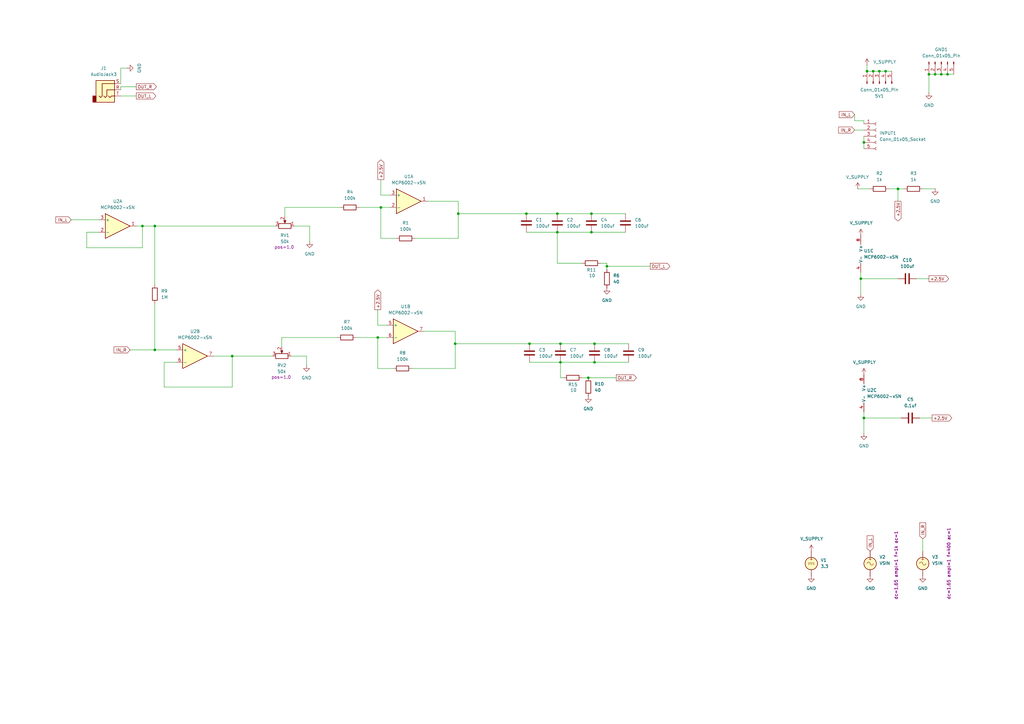
<source format=kicad_sch>
(kicad_sch (version 20231120) (generator "eeschema") (generator_version "8.0")
  (paper "A3")
  (lib_symbols
    (symbol "Amplifier_Operational:MCP6002-xSN" (pin_names (offset 0.127))
      (property "Reference" "U" (at 0 5.08 0))
      (property "Value" "MCP6002-xSN" (at 0 -5.08 0))
      (symbol "MCP6002-xSN_1_1"
        (polyline (pts (xy -5.08 5.08) (xy 5.08 0) (xy -5.08 -5.08) (xy -5.08 5.08)) (stroke (width 0.254)) (fill (type background)))
        (pin output line (at 7.62 0 180) (length 2.54) (name "~") (number "1"))
        (pin input line (at -7.62 -2.54 0) (length 2.54) (name "-") (number "2"))
        (pin input line (at -7.62 2.54 0) (length 2.54) (name "+") (number "3"))
      )
      (symbol "MCP6002-xSN_2_1"
        (polyline (pts (xy -5.08 5.08) (xy 5.08 0) (xy -5.08 -5.08) (xy -5.08 5.08)) (stroke (width 0.254)) (fill (type background)))
        (pin input line (at -7.62 2.54 0) (length 2.54) (name "+") (number "5"))
        (pin input line (at -7.62 -2.54 0) (length 2.54) (name "-") (number "6"))
        (pin output line (at 7.62 0 180) (length 2.54) (name "~") (number "7"))
      )
      (symbol "MCP6002-xSN_3_1"
        (pin power_in line (at -2.54 -7.62 90) (length 3.81) (name "V-") (number "4"))
        (pin power_in line (at -2.54 7.62 270) (length 3.81) (name "V+") (number "8"))
      )
    )
    (symbol "Connector:Conn_01x05_Pin" (pin_names (offset 1.016) hide)
      (property "Reference" "J" (at 0 7.62 0))
      (property "Value" "Conn_01x05_Pin" (at 0 -7.62 0))
      (symbol "Conn_01x05_Pin_1_1"
        (polyline (pts (xy 1.27 -5.08) (xy 0.8636 -5.08)) (stroke (width 0.1524)))
        (polyline (pts (xy 1.27 -2.54) (xy 0.8636 -2.54)) (stroke (width 0.1524)))
        (polyline (pts (xy 1.27 0) (xy 0.8636 0)) (stroke (width 0.1524)))
        (polyline (pts (xy 1.27 2.54) (xy 0.8636 2.54)) (stroke (width 0.1524)))
        (polyline (pts (xy 1.27 5.08) (xy 0.8636 5.08)) (stroke (width 0.1524)))
        (rectangle (start 0.8636 -4.953) (end 0 -5.207) (stroke (width 0.1524)) (fill (type outline)))
        (rectangle (start 0.8636 -2.413) (end 0 -2.667) (stroke (width 0.1524)) (fill (type outline)))
        (rectangle (start 0.8636 0.127) (end 0 -0.127) (stroke (width 0.1524)) (fill (type outline)))
        (rectangle (start 0.8636 2.667) (end 0 2.413) (stroke (width 0.1524)) (fill (type outline)))
        (rectangle (start 0.8636 5.207) (end 0 4.953) (stroke (width 0.1524)) (fill (type outline)))
        (pin passive line (at 5.08 5.08 180) (length 3.81) (name "Pin_1") (number "1"))
        (pin passive line (at 5.08 2.54 180) (length 3.81) (name "Pin_2") (number "2"))
        (pin passive line (at 5.08 0 180) (length 3.81) (name "Pin_3") (number "3"))
        (pin passive line (at 5.08 -2.54 180) (length 3.81) (name "Pin_4") (number "4"))
        (pin passive line (at 5.08 -5.08 180) (length 3.81) (name "Pin_5") (number "5"))
      )
    )
    (symbol "Connector:Conn_01x05_Socket" (pin_names (offset 1.016) hide)
      (property "Reference" "J" (at 0 7.62 0))
      (property "Value" "Conn_01x05_Socket" (at 0 -7.62 0))
      (symbol "Conn_01x05_Socket_1_1"
        (arc (start 0 -4.572) (mid -0.5058 -5.08) (end 0 -5.588) (stroke (width 0.1524)))
        (arc (start 0 -2.032) (mid -0.5058 -2.54) (end 0 -3.048) (stroke (width 0.1524)))
        (polyline (pts (xy -1.27 -5.08) (xy -0.508 -5.08)) (stroke (width 0.1524)))
        (polyline (pts (xy -1.27 -2.54) (xy -0.508 -2.54)) (stroke (width 0.1524)))
        (polyline (pts (xy -1.27 0) (xy -0.508 0)) (stroke (width 0.1524)))
        (polyline (pts (xy -1.27 2.54) (xy -0.508 2.54)) (stroke (width 0.1524)))
        (polyline (pts (xy -1.27 5.08) (xy -0.508 5.08)) (stroke (width 0.1524)))
        (arc (start 0 0.508) (mid -0.5058 0) (end 0 -0.508) (stroke (width 0.1524)))
        (arc (start 0 3.048) (mid -0.5058 2.54) (end 0 2.032) (stroke (width 0.1524)))
        (arc (start 0 5.588) (mid -0.5058 5.08) (end 0 4.572) (stroke (width 0.1524)))
        (pin passive line (at -5.08 5.08 0) (length 3.81) (name "Pin_1") (number "1"))
        (pin passive line (at -5.08 2.54 0) (length 3.81) (name "Pin_2") (number "2"))
        (pin passive line (at -5.08 0 0) (length 3.81) (name "Pin_3") (number "3"))
        (pin passive line (at -5.08 -2.54 0) (length 3.81) (name "Pin_4") (number "4"))
        (pin passive line (at -5.08 -5.08 0) (length 3.81) (name "Pin_5") (number "5"))
      )
    )
    (symbol "Connector_Audio:AudioJack3"
      (property "Reference" "J" (at 0 8.89 0))
      (property "Value" "AudioJack3" (at 0 6.35 0))
      (symbol "AudioJack3_0_1"
        (rectangle (start -5.08 -5.08) (end -6.35 -2.54) (stroke (width 0.254)) (fill (type outline)))
        (polyline (pts (xy 0 -2.54) (xy 0.635 -3.175) (xy 1.27 -2.54) (xy 2.54 -2.54)) (stroke (width 0.254)))
        (polyline (pts (xy -1.905 -2.54) (xy -1.27 -3.175) (xy -0.635 -2.54) (xy -0.635 0) (xy 2.54 0)) (stroke (width 0.254)))
        (polyline (pts (xy 2.54 2.54) (xy -2.54 2.54) (xy -2.54 -2.54) (xy -3.175 -3.175) (xy -3.81 -2.54)) (stroke (width 0.254)))
        (rectangle (start 2.54 3.81) (end -5.08 -5.08) (stroke (width 0.254)) (fill (type background)))
      )
      (symbol "AudioJack3_1_1"
        (pin passive line (at 5.08 0 180) (length 2.54) (name "~") (number "R"))
        (pin passive line (at 5.08 2.54 180) (length 2.54) (name "~") (number "S"))
        (pin passive line (at 5.08 -2.54 180) (length 2.54) (name "~") (number "T"))
      )
    )
    (symbol "Device:C" (pin_numbers hide) (pin_names (offset 0.254))
      (property "Reference" "C" (at 0.635 2.54 0))
      (property "Value" "C" (at 0.635 -2.54 0))
      (symbol "C_0_1"
        (polyline (pts (xy -2.032 -0.762) (xy 2.032 -0.762)) (stroke (width 0.508)))
        (polyline (pts (xy -2.032 0.762) (xy 2.032 0.762)) (stroke (width 0.508)))
      )
      (symbol "C_1_1"
        (pin passive line (at 0 3.81 270) (length 2.794) (name "~") (number "1"))
        (pin passive line (at 0 -3.81 90) (length 2.794) (name "~") (number "2"))
      )
    )
    (symbol "Device:R" (pin_numbers hide) (pin_names (offset 0))
      (property "Reference" "R" (at 2.032 0 90))
      (property "Value" "R" (at 0 0 90))
      (symbol "R_0_1"
        (rectangle (start -1.016 -2.54) (end 1.016 2.54) (stroke (width 0.254)))
      )
      (symbol "R_1_1"
        (pin passive line (at 0 3.81 270) (length 1.27) (name "~") (number "1"))
        (pin passive line (at 0 -3.81 90) (length 1.27) (name "~") (number "2"))
      )
    )
    (symbol "Device:R_Potentiometer" (pin_names (offset 1.016) hide)
      (property "Reference" "RV" (at -4.445 0 90))
      (property "Value" "R_Potentiometer" (at -2.54 0 90))
      (symbol "R_Potentiometer_0_1"
        (polyline (pts (xy 2.54 0) (xy 1.524 0)))
        (polyline (pts (xy 1.143 0) (xy 2.286 0.508) (xy 2.286 -0.508) (xy 1.143 0)) (fill (type outline)))
        (rectangle (start 1.016 2.54) (end -1.016 -2.54) (stroke (width 0.254)))
      )
      (symbol "R_Potentiometer_1_1"
        (pin passive line (at 0 3.81 270) (length 1.27) (name "1") (number "1"))
        (pin passive line (at 3.81 0 180) (length 1.27) (name "2") (number "2"))
        (pin passive line (at 0 -3.81 90) (length 1.27) (name "3") (number "3"))
      )
    )
    (symbol "Simulation_SPICE:VDC" (pin_numbers hide) (pin_names (offset 0.0254))
      (property "Reference" "V" (at 2.54 2.54 0))
      (property "Value" "1" (at 2.54 0 0))
      (symbol "VDC_0_0"
        (polyline (pts (xy -1.27 0.254) (xy 1.27 0.254)))
        (polyline (pts (xy -0.762 -0.254) (xy -1.27 -0.254)))
        (polyline (pts (xy 0.254 -0.254) (xy -0.254 -0.254)))
        (polyline (pts (xy 1.27 -0.254) (xy 0.762 -0.254)))
        (text "+" (at 0 1.905 0) (effects (font (size 1.27 1.27))))
      )
      (symbol "VDC_0_1"
        (circle (center 0 0) (radius 2.54) (stroke (width 0.254)) (fill (type background)))
      )
      (symbol "VDC_1_1"
        (pin passive line (at 0 5.08 270) (length 2.54) (name "~") (number "1"))
        (pin passive line (at 0 -5.08 90) (length 2.54) (name "~") (number "2"))
      )
    )
    (symbol "Simulation_SPICE:VSIN" (pin_numbers hide) (pin_names (offset 0.0254))
      (property "Reference" "V" (at 2.54 2.54 0))
      (property "Value" "VSIN" (at 2.54 0 0))
      (property "Sim.Params" "dc=0 ampl=1 f=1k ac=1" (at 2.54 -2.54 0))
      (symbol "VSIN_0_0"
        (arc (start 0 0) (mid -0.635 0.6323) (end -1.27 0))
        (arc (start 0 0) (mid 0.635 -0.6323) (end 1.27 0))
        (text "+" (at 0 1.905 0) (effects (font (size 1.27 1.27))))
      )
      (symbol "VSIN_0_1"
        (circle (center 0 0) (radius 2.54) (stroke (width 0.254)) (fill (type background)))
      )
      (symbol "VSIN_1_1"
        (pin passive line (at 0 5.08 270) (length 2.54) (name "~") (number "1"))
        (pin passive line (at 0 -5.08 90) (length 2.54) (name "~") (number "2"))
      )
    )
    (symbol "power:+5V" (power) (pin_numbers hide) (pin_names (offset 0) hide)
      (property "Value" "+5V" (at 0 3.556 0))
      (symbol "+5V_0_1"
        (polyline (pts (xy -0.762 1.27) (xy 0 2.54)))
        (polyline (pts (xy 0 0) (xy 0 2.54)))
        (polyline (pts (xy 0 2.54) (xy 0.762 1.27)))
      )
      (symbol "+5V_1_1"
        (pin power_in line (at 0 0 90) (length 0) (name "~") (number "1"))
      )
    )
    (symbol "power:GND" (power) (pin_numbers hide) (pin_names (offset 0) hide)
      (property "Value" "GND" (at 0 -3.81 0))
      (symbol "GND_0_1"
        (polyline (pts (xy 0 0) (xy 0 -1.27) (xy 1.27 -1.27) (xy 0 -2.54) (xy -1.27 -1.27) (xy 0 -1.27)))
      )
      (symbol "GND_1_1"
        (pin power_in line (at 0 0 270) (length 0) (name "~") (number "1"))
      )
    )
  )
  (junction (at 228.6 87.63))
  (junction (at 354.33 171.45))
  (junction (at 156.21 85.09))
  (junction (at 228.6 95.25))
  (junction (at 243.84 148.59))
  (junction (at 383.54 30.48))
  (junction (at 63.5 143.51))
  (junction (at 248.92 109.22))
  (junction (at 154.94 138.43))
  (junction (at 63.5 92.71))
  (junction (at 243.84 140.97))
  (junction (at 388.62 30.48))
  (junction (at 242.57 87.63))
  (junction (at 242.57 95.25))
  (junction (at 363.22 29.21))
  (junction (at 353.06 114.3))
  (junction (at 187.96 87.63))
  (junction (at 95.25 146.05))
  (junction (at 386.08 30.48))
  (junction (at 358.14 29.21))
  (junction (at 354.33 58.42))
  (junction (at 368.3 77.47))
  (junction (at 241.3 154.94))
  (junction (at 215.9 87.63))
  (junction (at 229.87 140.97))
  (junction (at 217.17 140.97))
  (junction (at 355.6 29.21))
  (junction (at 360.68 29.21))
  (junction (at 58.42 92.71))
  (junction (at 381 30.48))
  (junction (at 186.69 140.97))
  (junction (at 229.87 148.59))
  (wire (pts (xy 58.42 92.71) (xy 63.5 92.71)))
  (wire (pts (xy 353.06 120.65) (xy 353.06 114.3)))
  (wire (pts (xy 55.88 39.37) (xy 49.53 39.37)))
  (wire (pts (xy 186.69 140.97) (xy 217.17 140.97)))
  (wire (pts (xy 154.94 127) (xy 154.94 133.35)))
  (wire (pts (xy 58.42 101.6) (xy 35.56 101.6)))
  (wire (pts (xy 350.52 46.99) (xy 350.52 49.53)))
  (wire (pts (xy 364.49 77.47) (xy 368.3 77.47)))
  (wire (pts (xy 378.46 220.98) (xy 378.46 226.06)))
  (wire (pts (xy 162.56 97.79) (xy 156.21 97.79)))
  (wire (pts (xy 63.5 92.71) (xy 63.5 116.84)))
  (wire (pts (xy 156.21 73.66) (xy 156.21 80.01)))
  (wire (pts (xy 354.33 58.42) (xy 354.33 60.96)))
  (wire (pts (xy 154.94 138.43) (xy 158.75 138.43)))
  (wire (pts (xy 365.76 29.21) (xy 363.22 29.21)))
  (wire (pts (xy 55.88 92.71) (xy 58.42 92.71)))
  (wire (pts (xy 147.32 85.09) (xy 156.21 85.09)))
  (wire (pts (xy 355.6 26.67) (xy 355.6 29.21)))
  (wire (pts (xy 350.52 53.34) (xy 354.33 53.34)))
  (wire (pts (xy 229.87 140.97) (xy 243.84 140.97)))
  (wire (pts (xy 127 92.71) (xy 127 99.06)))
  (wire (pts (xy 67.31 148.59) (xy 72.39 148.59)))
  (wire (pts (xy 156.21 80.01) (xy 160.02 80.01)))
  (wire (pts (xy 186.69 135.89) (xy 173.99 135.89)))
  (wire (pts (xy 170.18 97.79) (xy 187.96 97.79)))
  (wire (pts (xy 354.33 171.45) (xy 369.57 171.45)))
  (wire (pts (xy 388.62 30.48) (xy 391.16 30.48)))
  (wire (pts (xy 187.96 87.63) (xy 215.9 87.63)))
  (wire (pts (xy 354.33 171.45) (xy 354.33 168.91)))
  (wire (pts (xy 242.57 87.63) (xy 256.54 87.63)))
  (wire (pts (xy 238.76 154.94) (xy 241.3 154.94)))
  (wire (pts (xy 248.92 109.22) (xy 248.92 107.95)))
  (wire (pts (xy 243.84 148.59) (xy 257.81 148.59)))
  (wire (pts (xy 49.53 27.94) (xy 49.53 34.29)))
  (wire (pts (xy 53.34 143.51) (xy 63.5 143.51)))
  (wire (pts (xy 229.87 148.59) (xy 243.84 148.59)))
  (wire (pts (xy 381 30.48) (xy 383.54 30.48)))
  (wire (pts (xy 95.25 146.05) (xy 95.25 158.75)))
  (wire (pts (xy 154.94 151.13) (xy 154.94 138.43)))
  (wire (pts (xy 217.17 140.97) (xy 229.87 140.97)))
  (wire (pts (xy 381 30.48) (xy 381 38.1)))
  (wire (pts (xy 63.5 143.51) (xy 72.39 143.51)))
  (wire (pts (xy 35.56 95.25) (xy 40.64 95.25)))
  (wire (pts (xy 67.31 158.75) (xy 67.31 148.59)))
  (wire (pts (xy 382.27 171.45) (xy 377.19 171.45)))
  (wire (pts (xy 363.22 29.21) (xy 360.68 29.21)))
  (wire (pts (xy 350.52 49.53) (xy 354.33 49.53)))
  (wire (pts (xy 187.96 87.63) (xy 187.96 97.79)))
  (wire (pts (xy 228.6 87.63) (xy 242.57 87.63)))
  (wire (pts (xy 49.53 35.56) (xy 49.53 36.83)))
  (wire (pts (xy 55.88 35.56) (xy 49.53 35.56)))
  (wire (pts (xy 35.56 101.6) (xy 35.56 95.25)))
  (wire (pts (xy 187.96 82.55) (xy 187.96 87.63)))
  (wire (pts (xy 241.3 154.94) (xy 252.73 154.94)))
  (wire (pts (xy 87.63 146.05) (xy 95.25 146.05)))
  (wire (pts (xy 228.6 107.95) (xy 228.6 95.25)))
  (wire (pts (xy 386.08 30.48) (xy 388.62 30.48)))
  (wire (pts (xy 156.21 97.79) (xy 156.21 85.09)))
  (wire (pts (xy 358.14 29.21) (xy 355.6 29.21)))
  (wire (pts (xy 383.54 77.47) (xy 378.46 77.47)))
  (wire (pts (xy 161.29 151.13) (xy 154.94 151.13)))
  (wire (pts (xy 229.87 148.59) (xy 229.87 154.94)))
  (wire (pts (xy 120.65 92.71) (xy 127 92.71)))
  (wire (pts (xy 242.57 95.25) (xy 256.54 95.25)))
  (wire (pts (xy 360.68 29.21) (xy 358.14 29.21)))
  (wire (pts (xy 116.84 85.09) (xy 139.7 85.09)))
  (wire (pts (xy 217.17 148.59) (xy 229.87 148.59)))
  (wire (pts (xy 175.26 82.55) (xy 187.96 82.55)))
  (wire (pts (xy 154.94 133.35) (xy 158.75 133.35)))
  (wire (pts (xy 146.05 138.43) (xy 154.94 138.43)))
  (wire (pts (xy 248.92 110.49) (xy 248.92 109.22)))
  (wire (pts (xy 354.33 49.53) (xy 354.33 50.8)))
  (wire (pts (xy 381 114.3) (xy 375.92 114.3)))
  (wire (pts (xy 368.3 77.47) (xy 370.84 77.47)))
  (wire (pts (xy 186.69 135.89) (xy 186.69 140.97)))
  (wire (pts (xy 353.06 114.3) (xy 368.3 114.3)))
  (wire (pts (xy 115.57 142.24) (xy 115.57 138.43)))
  (wire (pts (xy 229.87 154.94) (xy 231.14 154.94)))
  (wire (pts (xy 243.84 140.97) (xy 257.81 140.97)))
  (wire (pts (xy 95.25 146.05) (xy 111.76 146.05)))
  (wire (pts (xy 95.25 158.75) (xy 67.31 158.75)))
  (wire (pts (xy 215.9 87.63) (xy 228.6 87.63)))
  (wire (pts (xy 248.92 109.22) (xy 266.7 109.22)))
  (wire (pts (xy 351.79 77.47) (xy 356.87 77.47)))
  (wire (pts (xy 246.38 107.95) (xy 248.92 107.95)))
  (wire (pts (xy 119.38 146.05) (xy 125.73 146.05)))
  (wire (pts (xy 29.21 90.17) (xy 40.64 90.17)))
  (wire (pts (xy 354.33 177.8) (xy 354.33 171.45)))
  (wire (pts (xy 228.6 107.95) (xy 238.76 107.95)))
  (wire (pts (xy 125.73 146.05) (xy 125.73 149.86)))
  (wire (pts (xy 168.91 151.13) (xy 186.69 151.13)))
  (wire (pts (xy 368.3 77.47) (xy 368.3 82.55)))
  (wire (pts (xy 353.06 114.3) (xy 353.06 111.76)))
  (wire (pts (xy 228.6 95.25) (xy 242.57 95.25)))
  (wire (pts (xy 63.5 92.71) (xy 113.03 92.71)))
  (wire (pts (xy 58.42 92.71) (xy 58.42 101.6)))
  (wire (pts (xy 186.69 140.97) (xy 186.69 151.13)))
  (wire (pts (xy 116.84 88.9) (xy 116.84 85.09)))
  (wire (pts (xy 52.07 27.94) (xy 49.53 27.94)))
  (wire (pts (xy 215.9 95.25) (xy 228.6 95.25)))
  (wire (pts (xy 156.21 85.09) (xy 160.02 85.09)))
  (wire (pts (xy 354.33 55.88) (xy 354.33 58.42)))
  (wire (pts (xy 115.57 138.43) (xy 138.43 138.43)))
  (wire (pts (xy 383.54 30.48) (xy 386.08 30.48)))
  (wire (pts (xy 63.5 124.46) (xy 63.5 143.51)))
  (global_label "+2.5V" (shape output) (at 381 114.3 0) (property "Intersheetrefs" "${INTERSHEET_REFS}" (effects (hide yes))))
  (global_label "+2.5V" (shape output) (at 154.94 127 90) (property "Intersheetrefs" "${INTERSHEET_REFS}" (effects (hide yes))))
  (global_label "IN_L" (shape input) (at 356.87 226.06 90) (property "Intersheetrefs" "${INTERSHEET_REFS}" (effects (hide yes))))
  (global_label "+2.5V" (shape output) (at 382.27 171.45 0) (property "Intersheetrefs" "${INTERSHEET_REFS}" (effects (hide yes))))
  (global_label "+2.5V" (shape output) (at 368.3 82.55 270) (property "Intersheetrefs" "${INTERSHEET_REFS}" (effects (hide yes))))
  (global_label "IN_R" (shape input) (at 378.46 220.98 90) (property "Intersheetrefs" "${INTERSHEET_REFS}" (effects (hide yes))))
  (global_label "IN_L" (shape input) (at 350.52 46.99 180) (property "Intersheetrefs" "${INTERSHEET_REFS}" (effects (hide yes))))
  (global_label "IN_R" (shape input) (at 350.52 53.34 180) (property "Intersheetrefs" "${INTERSHEET_REFS}" (effects (hide yes))))
  (global_label "IN_R" (shape input) (at 53.34 143.51 180) (property "Intersheetrefs" "${INTERSHEET_REFS}" (effects (hide yes))))
  (global_label "+2.5V" (shape output) (at 156.21 73.66 90) (property "Intersheetrefs" "${INTERSHEET_REFS}" (effects (hide yes))))
  (global_label "OUT_L" (shape output) (at 266.7 109.22 0) (property "Intersheetrefs" "${INTERSHEET_REFS}" (effects (hide yes))))
  (global_label "OUT_L" (shape output) (at 55.88 39.37 0) (property "Intersheetrefs" "${INTERSHEET_REFS}" (effects (hide yes))))
  (global_label "OUT_R" (shape output) (at 55.88 35.56 0) (property "Intersheetrefs" "${INTERSHEET_REFS}" (effects (hide yes))))
  (global_label "IN_L" (shape input) (at 29.21 90.17 180) (property "Intersheetrefs" "${INTERSHEET_REFS}" (effects (hide yes))))
  (global_label "OUT_R" (shape output) (at 252.73 154.94 0) (property "Intersheetrefs" "${INTERSHEET_REFS}" (effects (hide yes))))
  (symbol (lib_id "Amplifier_Operational:MCP6002-xSN") (at 48.26 92.71 0) (unit 1)
    (property "Reference" "U2" (at 48.26 82.55 0))
    (property "Value" "MCP6002-xSN" (at 48.26 85.09 0))
    (property "Footprint" "Package_SO:SOIC-8-1EP_3.9x4.9mm_P1.27mm_EP2.29x3mm" (effects (hide yes)))
    (property "Datasheet" "http://ww1.microchip.com/downloads/en/DeviceDoc/21733j.pdf" (effects (hide yes)))
    (property "Description" "1MHz, Low-Power Op Amp, SOIC-8" (effects (hide yes)))
    (property "Sim.Library" "${KICAD8_SYMBOL_DIR}/Simulation_SPICE.sp" (effects (hide yes)))
    (property "Sim.Name" "kicad_builtin_opamp_dual" (effects (hide yes)))
    (property "Sim.Device" "SUBCKT" (effects (hide yes)))
    (property "Sim.Pins" "1=out1 2=in1- 3=in1+ 4=vee 5=in2+ 6=in2- 7=out2 8=vcc" (effects (hide yes)))
  )
  (symbol (lib_id "Device:C") (at 243.84 144.78 0) (unit 1)
    (property "Reference" "C8" (at 247.65 143.5099 0) (effects (justify left)))
    (property "Value" "100uf" (at 247.65 146.0499 0) (effects (justify left)))
    (property "Footprint" "Capacitor_SMD:C_1206_3216Metric" (effects (hide yes)))
    (property "Description" "Unpolarized capacitor" (effects (hide yes)))
  )
  (symbol (lib_id "Connector:Conn_01x05_Pin") (at 360.68 34.29 90) (unit 1) (exclude_from_sim yes)
    (property "Reference" "5V1" (at 360.68 39.37 90))
    (property "Value" "Conn_01x05_Pin" (at 360.68 36.83 90))
    (property "Footprint" "Connector_PinHeader_2.54mm:PinHeader_1x05_P2.54mm_Vertical" (effects (hide yes)))
    (property "Description" "Generic connector, single row, 01x05, script generated" (effects (hide yes)))
  )
  (symbol (lib_id "Device:R_Potentiometer") (at 115.57 146.05 270) (mirror x) (unit 1)
    (property "Reference" "RV2" (at 115.57 149.86 90))
    (property "Value" "50k" (at 115.57 152.4 90))
    (property "Footprint" "BreadModular_Pots:Potentiometer_RV09" (effects (hide yes)))
    (property "Description" "Potentiometer" (effects (hide yes)))
    (property "Sim.Device" "R" (effects (hide yes)))
    (property "Sim.Type" "POT" (effects (hide yes)))
    (property "Sim.Pins" "1=r0 2=wiper 3=r1" (effects (hide yes)))
    (property "Sim.Params" "pos=1.0" (at 115.316 154.686 90))
  )
  (symbol (lib_id "Device:C") (at 372.11 114.3 90) (unit 1)
    (property "Reference" "C10" (at 372.11 106.68 90))
    (property "Value" "100uf" (at 372.11 109.22 90))
    (property "Footprint" "Capacitor_SMD:C_1206_3216Metric" (effects (hide yes)))
    (property "Description" "Unpolarized capacitor" (effects (hide yes)))
  )
  (symbol (lib_id "power:+5V") (at 355.6 26.67 0) (unit 1)
    (property "Reference" "#PWR01" (effects (hide yes)))
    (property "Value" "V_SUPPLY" (at 358.14 25.3999 0) (effects (justify left)))
    (property "Description" "Power symbol creates a global label with name \"+5V\"" (effects (hide yes)))
  )
  (symbol (lib_id "Device:R") (at 248.92 114.3 180) (unit 1) (on_board no)
    (property "Reference" "R6" (at 251.46 113.0299 0) (effects (justify right)))
    (property "Value" "40" (at 251.46 115.5699 0) (effects (justify right)))
    (property "Footprint" "Resistor_SMD:R_0402_1005Metric" (effects (hide yes)))
    (property "Description" "Resistor" (effects (hide yes)))
  )
  (symbol (lib_id "Device:C") (at 256.54 91.44 0) (unit 1)
    (property "Reference" "C6" (at 260.35 90.1699 0) (effects (justify left)))
    (property "Value" "100uf" (at 260.35 92.7099 0) (effects (justify left)))
    (property "Footprint" "Capacitor_SMD:C_1206_3216Metric" (effects (hide yes)))
    (property "Description" "Unpolarized capacitor" (effects (hide yes)))
  )
  (symbol (lib_id "power:GND") (at 383.54 77.47 0) (unit 1)
    (property "Reference" "#PWR06" (effects (hide yes)))
    (property "Value" "GND" (at 383.54 82.55 0))
    (property "Description" "Power symbol creates a global label with name \"GND\" , ground" (effects (hide yes)))
  )
  (symbol (lib_id "Amplifier_Operational:MCP6002-xSN") (at 355.6 104.14 0) (unit 3)
    (property "Reference" "U1" (at 354.33 102.8699 0) (effects (justify left)))
    (property "Value" "MCP6002-xSN" (at 354.33 105.4099 0) (effects (justify left)))
    (property "Footprint" "Package_SO:SOIC-8-1EP_3.9x4.9mm_P1.27mm_EP2.29x3mm" (effects (hide yes)))
    (property "Datasheet" "http://ww1.microchip.com/downloads/en/DeviceDoc/21733j.pdf" (effects (hide yes)))
    (property "Description" "1MHz, Low-Power Op Amp, SOIC-8" (effects (hide yes)))
    (property "Sim.Library" "${KICAD8_SYMBOL_DIR}/Simulation_SPICE.sp" (effects (hide yes)))
    (property "Sim.Name" "kicad_builtin_opamp_dual" (effects (hide yes)))
    (property "Sim.Device" "SUBCKT" (effects (hide yes)))
    (property "Sim.Pins" "1=out1 2=in1- 3=in1+ 4=vee 5=in2+ 6=in2- 7=out2 8=vcc" (effects (hide yes)))
  )
  (symbol (lib_id "Connector_Audio:AudioJack3") (at 44.45 36.83 0) (unit 1) (exclude_from_sim yes)
    (property "Reference" "J1" (at 42.545 27.94 0))
    (property "Value" "AudioJack3" (at 42.545 30.48 0))
    (property "Footprint" "BreadModular_AudioJacks:Jack_3.5mm_QingPu_WQP-PJ366ST_Vertical" (effects (hide yes)))
    (property "Description" "Audio Jack, 3 Poles (Stereo / TRS)" (effects (hide yes)))
  )
  (symbol (lib_id "power:+5V") (at 351.79 77.47 0) (unit 1)
    (property "Reference" "#PWR012" (effects (hide yes)))
    (property "Value" "V_SUPPLY" (at 346.964 72.644 0) (effects (justify left)))
    (property "Description" "Power symbol creates a global label with name \"+5V\"" (effects (hide yes)))
  )
  (symbol (lib_id "power:GND") (at 381 38.1 0) (unit 1)
    (property "Reference" "#PWR05" (effects (hide yes)))
    (property "Value" "GND" (at 381 43.18 0))
    (property "Description" "Power symbol creates a global label with name \"GND\" , ground" (effects (hide yes)))
  )
  (symbol (lib_id "Device:C") (at 257.81 144.78 0) (unit 1)
    (property "Reference" "C9" (at 261.62 143.5099 0) (effects (justify left)))
    (property "Value" "100uf" (at 261.62 146.0499 0) (effects (justify left)))
    (property "Footprint" "Capacitor_SMD:C_1206_3216Metric" (effects (hide yes)))
    (property "Description" "Unpolarized capacitor" (effects (hide yes)))
  )
  (symbol (lib_id "Device:R") (at 234.95 154.94 270) (unit 1)
    (property "Reference" "R15" (at 234.95 157.734 90))
    (property "Value" "10" (at 235.204 160.02 90))
    (property "Footprint" "Resistor_SMD:R_1206_3216Metric" (effects (hide yes)))
    (property "Description" "Resistor" (effects (hide yes)))
  )
  (symbol (lib_id "Amplifier_Operational:MCP6002-xSN") (at 167.64 82.55 0) (unit 1)
    (property "Reference" "U1" (at 167.64 72.39 0))
    (property "Value" "MCP6002-xSN" (at 167.64 74.93 0))
    (property "Footprint" "Package_SO:SOIC-8-1EP_3.9x4.9mm_P1.27mm_EP2.29x3mm" (effects (hide yes)))
    (property "Datasheet" "http://ww1.microchip.com/downloads/en/DeviceDoc/21733j.pdf" (effects (hide yes)))
    (property "Description" "1MHz, Low-Power Op Amp, SOIC-8" (effects (hide yes)))
    (property "Sim.Library" "${KICAD8_SYMBOL_DIR}/Simulation_SPICE.sp" (effects (hide yes)))
    (property "Sim.Name" "kicad_builtin_opamp_dual" (effects (hide yes)))
    (property "Sim.Device" "SUBCKT" (effects (hide yes)))
    (property "Sim.Pins" "1=out1 2=in1- 3=in1+ 4=vee 5=in2+ 6=in2- 7=out2 8=vcc" (effects (hide yes)))
  )
  (symbol (lib_id "power:GND") (at 241.3 162.56 0) (unit 1) (on_board no)
    (property "Reference" "#PWR017" (effects (hide yes)))
    (property "Value" "GND" (at 241.3 167.64 0))
    (property "Description" "Power symbol creates a global label with name \"GND\" , ground" (effects (hide yes)))
  )
  (symbol (lib_id "power:+5V") (at 353.06 96.52 0) (unit 1)
    (property "Reference" "#PWR02" (effects (hide yes)))
    (property "Value" "V_SUPPLY" (at 348.488 91.44 0) (effects (justify left)))
    (property "Description" "Power symbol creates a global label with name \"+5V\"" (effects (hide yes)))
  )
  (symbol (lib_id "power:GND") (at 52.07 27.94 90) (unit 1)
    (property "Reference" "#PWR019" (effects (hide yes)))
    (property "Value" "GND" (at 57.15 27.94 0))
    (property "Description" "Power symbol creates a global label with name \"GND\" , ground" (effects (hide yes)))
  )
  (symbol (lib_id "power:+5V") (at 354.33 153.67 0) (unit 1)
    (property "Reference" "#PWR010" (effects (hide yes)))
    (property "Value" "V_SUPPLY" (at 349.758 148.59 0) (effects (justify left)))
    (property "Description" "Power symbol creates a global label with name \"+5V\"" (effects (hide yes)))
  )
  (symbol (lib_id "power:GND") (at 353.06 120.65 0) (unit 1)
    (property "Reference" "#PWR03" (effects (hide yes)))
    (property "Value" "GND" (at 353.06 125.73 0))
    (property "Description" "Power symbol creates a global label with name \"GND\" , ground" (effects (hide yes)))
  )
  (symbol (lib_id "Amplifier_Operational:MCP6002-xSN") (at 166.37 135.89 0) (unit 2)
    (property "Reference" "U1" (at 166.37 125.73 0))
    (property "Value" "MCP6002-xSN" (at 166.37 128.27 0))
    (property "Footprint" "Package_SO:SOIC-8-1EP_3.9x4.9mm_P1.27mm_EP2.29x3mm" (effects (hide yes)))
    (property "Datasheet" "http://ww1.microchip.com/downloads/en/DeviceDoc/21733j.pdf" (effects (hide yes)))
    (property "Description" "1MHz, Low-Power Op Amp, SOIC-8" (effects (hide yes)))
    (property "Sim.Library" "${KICAD8_SYMBOL_DIR}/Simulation_SPICE.sp" (effects (hide yes)))
    (property "Sim.Name" "kicad_builtin_opamp_dual" (effects (hide yes)))
    (property "Sim.Device" "SUBCKT" (effects (hide yes)))
    (property "Sim.Pins" "1=out1 2=in1- 3=in1+ 4=vee 5=in2+ 6=in2- 7=out2 8=vcc" (effects (hide yes)))
  )
  (symbol (lib_id "Simulation_SPICE:VSIN") (at 378.46 231.14 0) (unit 1) (on_board no)
    (property "Reference" "V3" (at 382.27 228.4701 0) (effects (justify left)))
    (property "Value" "VSIN" (at 382.27 231.0101 0) (effects (justify left)))
    (property "Datasheet" "https://ngspice.sourceforge.io/docs/ngspice-html-manual/manual.xhtml#sec_Independent_Sources_for" (effects (hide yes)))
    (property "Description" "Voltage source, sinusoidal" (effects (hide yes)))
    (property "Sim.Pins" "1=+ 2=-" (effects (hide yes)))
    (property "Sim.Params" "dc=1.65 ampl=1 f=400 ac=1" (at 389.128 245.872 90) (effects (justify left)))
    (property "Sim.Type" "SIN" (effects (hide yes)))
    (property "Sim.Device" "V" (effects (hide yes)))
  )
  (symbol (lib_id "power:GND") (at 378.46 236.22 0) (unit 1)
    (property "Reference" "#PWR018" (effects (hide yes)))
    (property "Value" "GND" (at 378.46 241.3 0))
    (property "Description" "Power symbol creates a global label with name \"GND\" , ground" (effects (hide yes)))
  )
  (symbol (lib_id "power:GND") (at 127 99.06 0) (unit 1)
    (property "Reference" "#PWR08" (effects (hide yes)))
    (property "Value" "GND" (at 127 104.14 0))
    (property "Description" "Power symbol creates a global label with name \"GND\" , ground" (effects (hide yes)))
  )
  (symbol (lib_id "Simulation_SPICE:VDC") (at 332.74 231.14 0) (unit 1) (on_board no)
    (property "Reference" "V1" (at 336.55 229.7401 0) (effects (justify left)))
    (property "Value" "3.3" (at 336.55 232.2801 0) (effects (justify left)))
    (property "Datasheet" "https://ngspice.sourceforge.io/docs/ngspice-html-manual/manual.xhtml#sec_Independent_Sources_for" (effects (hide yes)))
    (property "Description" "Voltage source, DC" (effects (hide yes)))
    (property "Sim.Pins" "1=+ 2=-" (effects (hide yes)))
    (property "Sim.Type" "DC" (effects (hide yes)))
    (property "Sim.Device" "V" (effects (hide yes)))
  )
  (symbol (lib_id "Device:C") (at 215.9 91.44 0) (unit 1)
    (property "Reference" "C1" (at 219.71 90.1699 0) (effects (justify left)))
    (property "Value" "100uf" (at 219.71 92.7099 0) (effects (justify left)))
    (property "Footprint" "Capacitor_SMD:C_1206_3216Metric" (effects (hide yes)))
    (property "Description" "Unpolarized capacitor" (effects (hide yes)))
  )
  (symbol (lib_id "power:GND") (at 332.74 236.22 0) (unit 1)
    (property "Reference" "#PWR07" (effects (hide yes)))
    (property "Value" "GND" (at 332.74 241.3 0))
    (property "Description" "Power symbol creates a global label with name \"GND\" , ground" (effects (hide yes)))
  )
  (symbol (lib_id "Device:R") (at 165.1 151.13 90) (unit 1)
    (property "Reference" "R8" (at 165.1 144.78 90))
    (property "Value" "100k" (at 165.1 147.32 90))
    (property "Footprint" "Resistor_SMD:R_0402_1005Metric" (effects (hide yes)))
    (property "Description" "Resistor" (effects (hide yes)))
  )
  (symbol (lib_id "power:GND") (at 354.33 177.8 0) (unit 1)
    (property "Reference" "#PWR014" (effects (hide yes)))
    (property "Value" "GND" (at 354.33 182.88 0))
    (property "Description" "Power symbol creates a global label with name \"GND\" , ground" (effects (hide yes)))
  )
  (symbol (lib_id "Simulation_SPICE:VSIN") (at 356.87 231.14 0) (unit 1) (on_board no)
    (property "Reference" "V2" (at 360.68 228.4701 0) (effects (justify left)))
    (property "Value" "VSIN" (at 360.68 231.0101 0) (effects (justify left)))
    (property "Datasheet" "https://ngspice.sourceforge.io/docs/ngspice-html-manual/manual.xhtml#sec_Independent_Sources_for" (effects (hide yes)))
    (property "Description" "Voltage source, sinusoidal" (effects (hide yes)))
    (property "Sim.Pins" "1=+ 2=-" (effects (hide yes)))
    (property "Sim.Params" "dc=1.65 ampl=1 f=1k ac=1" (at 367.538 245.872 90) (effects (justify left)))
    (property "Sim.Type" "SIN" (effects (hide yes)))
    (property "Sim.Device" "V" (effects (hide yes)))
  )
  (symbol (lib_id "Device:R_Potentiometer") (at 116.84 92.71 270) (mirror x) (unit 1)
    (property "Reference" "RV1" (at 116.84 96.52 90))
    (property "Value" "50k" (at 116.84 99.06 90))
    (property "Footprint" "BreadModular_Pots:Potentiometer_RV09" (effects (hide yes)))
    (property "Description" "Potentiometer" (effects (hide yes)))
    (property "Sim.Device" "R" (effects (hide yes)))
    (property "Sim.Type" "POT" (effects (hide yes)))
    (property "Sim.Pins" "1=r0 2=wiper 3=r1" (effects (hide yes)))
    (property "Sim.Params" "pos=1.0" (at 116.586 101.346 90))
  )
  (symbol (lib_id "power:+5V") (at 332.74 226.06 0) (unit 1)
    (property "Reference" "#PWR04" (effects (hide yes)))
    (property "Value" "V_SUPPLY" (at 328.168 220.98 0) (effects (justify left)))
    (property "Description" "Power symbol creates a global label with name \"+5V\"" (effects (hide yes)))
  )
  (symbol (lib_id "Amplifier_Operational:MCP6002-xSN") (at 80.01 146.05 0) (unit 2)
    (property "Reference" "U2" (at 80.01 135.89 0))
    (property "Value" "MCP6002-xSN" (at 80.01 138.43 0))
    (property "Footprint" "Package_SO:SOIC-8-1EP_3.9x4.9mm_P1.27mm_EP2.29x3mm" (effects (hide yes)))
    (property "Datasheet" "http://ww1.microchip.com/downloads/en/DeviceDoc/21733j.pdf" (effects (hide yes)))
    (property "Description" "1MHz, Low-Power Op Amp, SOIC-8" (effects (hide yes)))
    (property "Sim.Library" "${KICAD8_SYMBOL_DIR}/Simulation_SPICE.sp" (effects (hide yes)))
    (property "Sim.Name" "kicad_builtin_opamp_dual" (effects (hide yes)))
    (property "Sim.Device" "SUBCKT" (effects (hide yes)))
    (property "Sim.Pins" "1=out1 2=in1- 3=in1+ 4=vee 5=in2+ 6=in2- 7=out2 8=vcc" (effects (hide yes)))
  )
  (symbol (lib_id "Device:R") (at 143.51 85.09 90) (unit 1)
    (property "Reference" "R4" (at 143.51 78.74 90))
    (property "Value" "100k" (at 143.51 81.28 90))
    (property "Footprint" "Resistor_SMD:R_0402_1005Metric" (effects (hide yes)))
    (property "Description" "Resistor" (effects (hide yes)))
  )
  (symbol (lib_id "Amplifier_Operational:MCP6002-xSN") (at 356.87 161.29 0) (unit 3)
    (property "Reference" "U2" (at 355.6 160.0199 0) (effects (justify left)))
    (property "Value" "MCP6002-xSN" (at 355.6 162.5599 0) (effects (justify left)))
    (property "Footprint" "Package_SO:SOIC-8-1EP_3.9x4.9mm_P1.27mm_EP2.29x3mm" (effects (hide yes)))
    (property "Datasheet" "http://ww1.microchip.com/downloads/en/DeviceDoc/21733j.pdf" (effects (hide yes)))
    (property "Description" "1MHz, Low-Power Op Amp, SOIC-8" (effects (hide yes)))
    (property "Sim.Library" "${KICAD8_SYMBOL_DIR}/Simulation_SPICE.sp" (effects (hide yes)))
    (property "Sim.Name" "kicad_builtin_opamp_dual" (effects (hide yes)))
    (property "Sim.Device" "SUBCKT" (effects (hide yes)))
    (property "Sim.Pins" "1=out1 2=in1- 3=in1+ 4=vee 5=in2+ 6=in2- 7=out2 8=vcc" (effects (hide yes)))
  )
  (symbol (lib_id "Connector:Conn_01x05_Socket") (at 359.41 55.88 0) (unit 1) (exclude_from_sim yes)
    (property "Reference" "INPUT1" (at 360.68 54.6099 0) (effects (justify left)))
    (property "Value" "Conn_01x05_Socket" (at 360.68 57.1499 0) (effects (justify left)))
    (property "Footprint" "Connector_PinSocket_2.54mm:PinSocket_1x05_P2.54mm_Vertical" (effects (hide yes)))
    (property "Description" "Generic connector, single row, 01x05, script generated" (effects (hide yes)))
  )
  (symbol (lib_id "Device:R") (at 142.24 138.43 90) (unit 1)
    (property "Reference" "R7" (at 142.24 132.08 90))
    (property "Value" "100k" (at 142.24 134.62 90))
    (property "Footprint" "Resistor_SMD:R_0402_1005Metric" (effects (hide yes)))
    (property "Description" "Resistor" (effects (hide yes)))
  )
  (symbol (lib_id "Device:C") (at 242.57 91.44 0) (unit 1)
    (property "Reference" "C4" (at 246.38 90.1699 0) (effects (justify left)))
    (property "Value" "100uf" (at 246.38 92.7099 0) (effects (justify left)))
    (property "Footprint" "Capacitor_SMD:C_1206_3216Metric" (effects (hide yes)))
    (property "Description" "Unpolarized capacitor" (effects (hide yes)))
  )
  (symbol (lib_id "Device:R") (at 166.37 97.79 90) (unit 1)
    (property "Reference" "R1" (at 166.37 91.44 90))
    (property "Value" "100k" (at 166.37 93.98 90))
    (property "Footprint" "Resistor_SMD:R_0402_1005Metric" (effects (hide yes)))
    (property "Description" "Resistor" (effects (hide yes)))
  )
  (symbol (lib_id "power:GND") (at 248.92 118.11 0) (unit 1) (on_board no)
    (property "Reference" "#PWR013" (effects (hide yes)))
    (property "Value" "GND" (at 248.92 123.19 0))
    (property "Description" "Power symbol creates a global label with name \"GND\" , ground" (effects (hide yes)))
  )
  (symbol (lib_id "Device:C") (at 217.17 144.78 0) (unit 1)
    (property "Reference" "C3" (at 220.98 143.5099 0) (effects (justify left)))
    (property "Value" "100uf" (at 220.98 146.0499 0) (effects (justify left)))
    (property "Footprint" "Capacitor_SMD:C_1206_3216Metric" (effects (hide yes)))
    (property "Description" "Unpolarized capacitor" (effects (hide yes)))
  )
  (symbol (lib_id "Device:R") (at 242.57 107.95 270) (unit 1)
    (property "Reference" "R11" (at 242.57 110.744 90))
    (property "Value" "10" (at 242.824 113.03 90))
    (property "Footprint" "Resistor_SMD:R_1206_3216Metric" (effects (hide yes)))
    (property "Description" "Resistor" (effects (hide yes)))
  )
  (symbol (lib_id "Device:C") (at 229.87 144.78 0) (unit 1)
    (property "Reference" "C7" (at 233.68 143.5099 0) (effects (justify left)))
    (property "Value" "100uf" (at 233.68 146.0499 0) (effects (justify left)))
    (property "Footprint" "Capacitor_SMD:C_1206_3216Metric" (effects (hide yes)))
    (property "Description" "Unpolarized capacitor" (effects (hide yes)))
  )
  (symbol (lib_id "Device:R") (at 374.65 77.47 90) (unit 1)
    (property "Reference" "R3" (at 374.65 71.12 90))
    (property "Value" "1k" (at 374.65 73.66 90))
    (property "Footprint" "Resistor_SMD:R_0402_1005Metric" (effects (hide yes)))
    (property "Description" "Resistor" (effects (hide yes)))
  )
  (symbol (lib_id "Device:R") (at 360.68 77.47 90) (unit 1)
    (property "Reference" "R2" (at 360.68 71.12 90))
    (property "Value" "1k" (at 360.68 73.66 90))
    (property "Footprint" "Resistor_SMD:R_0402_1005Metric" (effects (hide yes)))
    (property "Description" "Resistor" (effects (hide yes)))
  )
  (symbol (lib_id "Device:R") (at 63.5 120.65 0) (unit 1)
    (property "Reference" "R9" (at 66.04 119.3799 0) (effects (justify left)))
    (property "Value" "1M" (at 66.04 121.9199 0) (effects (justify left)))
    (property "Footprint" "Resistor_SMD:R_0402_1005Metric" (effects (hide yes)))
    (property "Description" "Resistor" (effects (hide yes)))
  )
  (symbol (lib_id "Connector:Conn_01x05_Pin") (at 386.08 25.4 90) (mirror x) (unit 1) (exclude_from_sim yes)
    (property "Reference" "GND1" (at 386.08 20.32 90))
    (property "Value" "Conn_01x05_Pin" (at 386.08 22.86 90))
    (property "Footprint" "Connector_PinHeader_2.54mm:PinHeader_1x05_P2.54mm_Vertical" (effects (hide yes)))
    (property "Description" "Generic connector, single row, 01x05, script generated" (effects (hide yes)))
  )
  (symbol (lib_id "Device:C") (at 228.6 91.44 0) (unit 1)
    (property "Reference" "C2" (at 232.41 90.1699 0) (effects (justify left)))
    (property "Value" "100uf" (at 232.41 92.7099 0) (effects (justify left)))
    (property "Footprint" "Capacitor_SMD:C_1206_3216Metric" (effects (hide yes)))
    (property "Description" "Unpolarized capacitor" (effects (hide yes)))
  )
  (symbol (lib_id "power:GND") (at 125.73 149.86 0) (unit 1)
    (property "Reference" "#PWR011" (effects (hide yes)))
    (property "Value" "GND" (at 125.73 154.94 0))
    (property "Description" "Power symbol creates a global label with name \"GND\" , ground" (effects (hide yes)))
  )
  (symbol (lib_id "Device:C") (at 373.38 171.45 90) (unit 1)
    (property "Reference" "C5" (at 373.38 163.83 90))
    (property "Value" "0.1uf" (at 373.38 166.37 90))
    (property "Footprint" "Capacitor_SMD:C_0402_1005Metric" (effects (hide yes)))
    (property "Description" "Unpolarized capacitor" (effects (hide yes)))
  )
  (symbol (lib_id "Device:R") (at 241.3 158.75 180) (unit 1) (on_board no)
    (property "Reference" "R10" (at 243.84 157.4799 0) (effects (justify right)))
    (property "Value" "40" (at 243.84 160.0199 0) (effects (justify right)))
    (property "Description" "Resistor" (effects (hide yes)))
  )
  (symbol (lib_id "power:GND") (at 356.87 236.22 0) (unit 1)
    (property "Reference" "#PWR09" (effects (hide yes)))
    (property "Value" "GND" (at 356.87 241.3 0))
    (property "Description" "Power symbol creates a global label with name \"GND\" , ground" (effects (hide yes)))
  )
)
</source>
